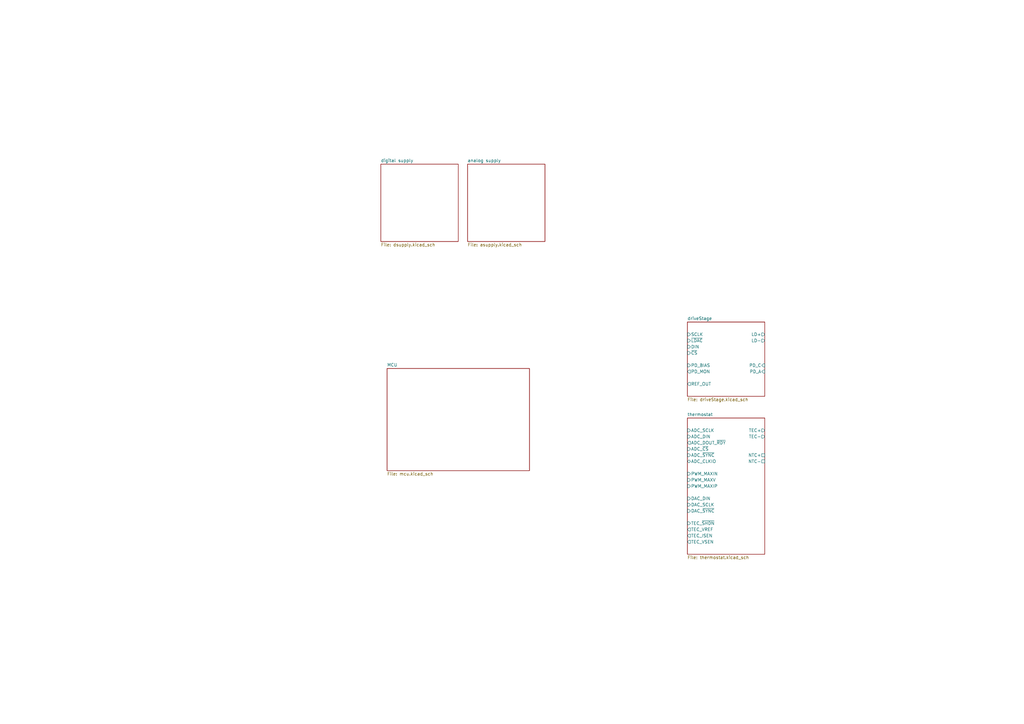
<source format=kicad_sch>
(kicad_sch (version 20211123) (generator eeschema)
  (paper "A3")
  (lib_symbols)
  (sheet (at 281.94 132.08) (size 31.75 30.48) (stroke (width 0.1524))
    (property "Sheet name" "driveStage" (at 281.94 131.3684 0) (effects (justify left bottom)))
    (property "Sheet file" "driveStage.kicad_sch" (at 281.94 163.1446 0) (effects (justify left top)))
    (pin "LD-" output (at 313.69 139.7 0))
    (pin "LD+" output (at 313.69 137.16 0))
    (pin "REF_OUT" output (at 281.94 157.48 180))
    (pin "SCLK" input (at 281.94 137.16 180))
    (pin "DIN" input (at 281.94 142.24 180))
    (pin "~{LDAC}" input (at 281.94 139.7 180))
    (pin "~{CS}" input (at 281.94 144.78 180))
    (pin "PD_A" input (at 313.69 152.4 0))
    (pin "PD_C" input (at 313.69 149.86 0))
    (pin "PD_BIAS" input (at 281.94 149.86 180))
    (pin "PD_MON" output (at 281.94 152.4 180))
  )
  (sheet (at 156.21 67.31) (size 31.75 31.75) (stroke (width 0.1524))
    (property "Sheet name" "digital supply" (at 156.21 66.5984 0) (effects (justify left bottom)))
    (property "Sheet file" "dsupply.kicad_sch" (at 156.21 99.6446 0) (effects (justify left top)))
  )
  (sheet (at 281.94 171.45) (size 31.75 55.88) (stroke (width 0.1524))
    (property "Sheet name" "thermostat" (at 281.94 170.7384 0) (effects (justify left bottom)))
    (property "Sheet file" "thermostat.kicad_sch" (at 281.94 227.9146 0) (effects (justify left top)))
    (pin "TEC-" output (at 313.69 179.07 0))
    (pin "TEC+" output (at 313.69 176.53 0))
    (pin "NTC-" passive (at 313.69 189.23 0))
    (pin "NTC+" passive (at 313.69 186.69 0))
    (pin "DAC_~{SYNC}" input (at 281.94 209.55 180))
    (pin "DAC_SCLK" input (at 281.94 207.01 180))
    (pin "DAC_DIN" input (at 281.94 204.47 180))
    (pin "PWM_MAXV" input (at 281.94 196.85 180))
    (pin "ADC_SCLK" input (at 281.94 176.53 180))
    (pin "ADC_DIN" input (at 281.94 179.07 180))
    (pin "ADC_DOUT_~{RDY}" output (at 281.94 181.61 180))
    (pin "ADC_~{CS}" input (at 281.94 184.15 180))
    (pin "ADC_~{SYNC}" input (at 281.94 186.69 180))
    (pin "ADC_CLKIO" bidirectional (at 281.94 189.23 180))
    (pin "PWM_MAXIN" input (at 281.94 194.31 180))
    (pin "PWM_MAXIP" input (at 281.94 199.39 180))
    (pin "TEC_~{SHDN}" input (at 281.94 214.63 180))
    (pin "TEC_ISEN" output (at 281.94 219.71 180))
    (pin "TEC_VREF" output (at 281.94 217.17 180))
    (pin "TEC_VSEN" output (at 281.94 222.25 180))
  )
  (sheet (at 191.77 67.31) (size 31.75 31.75) (stroke (width 0.1524))
    (property "Sheet name" "analog supply" (at 191.77 66.5984 0) (effects (justify left bottom)))
    (property "Sheet file" "asupply.kicad_sch" (at 191.77 99.6446 0) (effects (justify left top)))
  )
  (sheet (at 158.75 151.13) (size 58.42 41.91) (stroke (width 0.1524))
    (property "Sheet name" "MCU" (at 158.75 150.4184 0) (effects (justify left bottom)))
    (property "Sheet file" "mcu.kicad_sch" (at 158.75 193.6246 0) (effects (justify left top)))
  )
)
</source>
